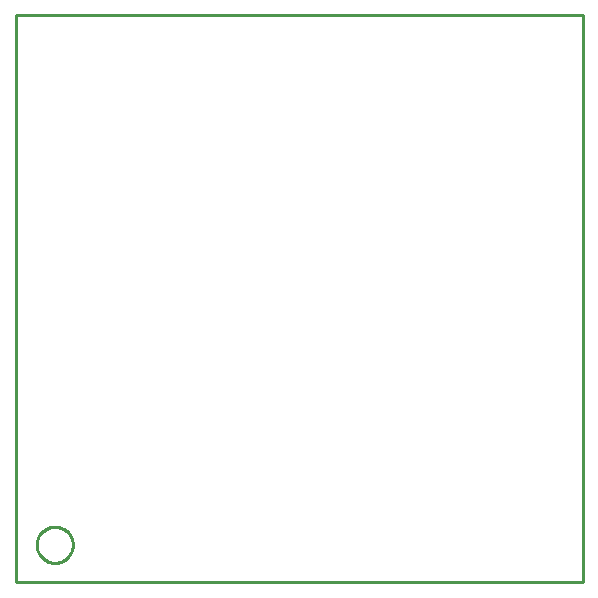
<source format=gko>
%FSDAX24Y24*%
%MOIN*%
%SFA1B1*%

%IPPOS*%
%ADD29C,0.010000*%
%LNde-080324-1*%
%LPD*%
G54D29*
X011902Y011250D02*
D01*
X011900Y011291*
X011896Y011333*
X011888Y011375*
X011878Y011415*
X011865Y011455*
X011849Y011494*
X011831Y011532*
X011810Y011569*
X011787Y011603*
X011761Y011636*
X011733Y011668*
X011702Y011697*
X011670Y011724*
X011636Y011749*
X011601Y011771*
X011563Y011791*
X011525Y011808*
X011486Y011822*
X011445Y011834*
X011404Y011842*
X011362Y011848*
X011321Y011851*
X011278*
X011237Y011848*
X011195Y011842*
X011154Y011834*
X011113Y011822*
X011074Y011808*
X011036Y011791*
X010999Y011771*
X010963Y011749*
X010929Y011724*
X010897Y011697*
X010866Y011668*
X010838Y011636*
X010812Y011603*
X010789Y011569*
X010768Y011532*
X010750Y011494*
X010734Y011455*
X010721Y011415*
X010711Y011375*
X010703Y011333*
X010699Y011291*
X010698Y011250*
X010699Y011208*
X010703Y011166*
X010711Y011124*
X010721Y011084*
X010734Y011044*
X010750Y011005*
X010768Y010967*
X010789Y010930*
X010812Y010896*
X010838Y010863*
X010866Y010831*
X010897Y010802*
X010929Y010775*
X010963Y010750*
X010999Y010728*
X011036Y010708*
X011074Y010691*
X011113Y010677*
X011154Y010665*
X011195Y010657*
X011237Y010651*
X011278Y010648*
X011321*
X011362Y010651*
X011404Y010657*
X011445Y010665*
X011486Y010677*
X011525Y010691*
X011563Y010708*
X011601Y010728*
X011636Y010750*
X011670Y010775*
X011702Y010802*
X011733Y010831*
X011761Y010863*
X011787Y010896*
X011810Y010930*
X011831Y010967*
X011849Y011005*
X011865Y011044*
X011878Y011084*
X011888Y011124*
X011896Y011166*
X011900Y011208*
X011902Y011250*
X010002Y010002D02*
Y028900D01*
X028900*
Y010002D02*
Y028900D01*
X010002Y010002D02*
X028900D01*
M02*
</source>
